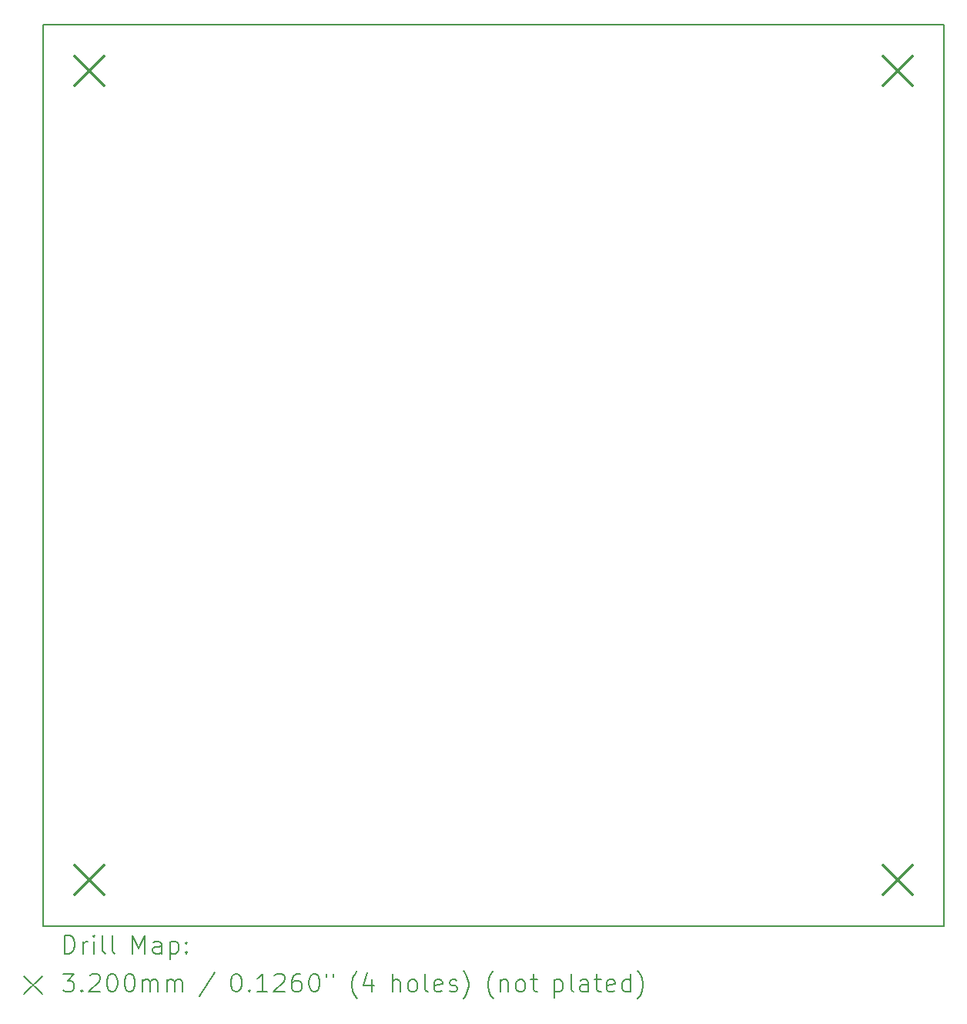
<source format=gbr>
%TF.GenerationSoftware,KiCad,Pcbnew,(7.0.0)*%
%TF.CreationDate,2023-07-06T22:10:32+02:00*%
%TF.ProjectId,cdp-leddriver,6364702d-6c65-4646-9472-697665722e6b,1*%
%TF.SameCoordinates,Original*%
%TF.FileFunction,Drillmap*%
%TF.FilePolarity,Positive*%
%FSLAX45Y45*%
G04 Gerber Fmt 4.5, Leading zero omitted, Abs format (unit mm)*
G04 Created by KiCad (PCBNEW (7.0.0)) date 2023-07-06 22:10:32*
%MOMM*%
%LPD*%
G01*
G04 APERTURE LIST*
%ADD10C,0.150000*%
%ADD11C,0.200000*%
%ADD12C,0.320000*%
G04 APERTURE END LIST*
D10*
X10795000Y-4572000D02*
X20701000Y-4572000D01*
X20701000Y-4572000D02*
X20701000Y-14478000D01*
X20701000Y-14478000D02*
X10795000Y-14478000D01*
X10795000Y-14478000D02*
X10795000Y-4572000D01*
D11*
D12*
X11143000Y-4920000D02*
X11463000Y-5240000D01*
X11463000Y-4920000D02*
X11143000Y-5240000D01*
X11143000Y-13810000D02*
X11463000Y-14130000D01*
X11463000Y-13810000D02*
X11143000Y-14130000D01*
X20033000Y-4920000D02*
X20353000Y-5240000D01*
X20353000Y-4920000D02*
X20033000Y-5240000D01*
X20033000Y-13810000D02*
X20353000Y-14130000D01*
X20353000Y-13810000D02*
X20033000Y-14130000D01*
D11*
X11035119Y-14778976D02*
X11035119Y-14578976D01*
X11035119Y-14578976D02*
X11082738Y-14578976D01*
X11082738Y-14578976D02*
X11111310Y-14588500D01*
X11111310Y-14588500D02*
X11130357Y-14607548D01*
X11130357Y-14607548D02*
X11139881Y-14626595D01*
X11139881Y-14626595D02*
X11149405Y-14664690D01*
X11149405Y-14664690D02*
X11149405Y-14693262D01*
X11149405Y-14693262D02*
X11139881Y-14731357D01*
X11139881Y-14731357D02*
X11130357Y-14750405D01*
X11130357Y-14750405D02*
X11111310Y-14769452D01*
X11111310Y-14769452D02*
X11082738Y-14778976D01*
X11082738Y-14778976D02*
X11035119Y-14778976D01*
X11235119Y-14778976D02*
X11235119Y-14645643D01*
X11235119Y-14683738D02*
X11244643Y-14664690D01*
X11244643Y-14664690D02*
X11254167Y-14655167D01*
X11254167Y-14655167D02*
X11273214Y-14645643D01*
X11273214Y-14645643D02*
X11292262Y-14645643D01*
X11358928Y-14778976D02*
X11358928Y-14645643D01*
X11358928Y-14578976D02*
X11349405Y-14588500D01*
X11349405Y-14588500D02*
X11358928Y-14598024D01*
X11358928Y-14598024D02*
X11368452Y-14588500D01*
X11368452Y-14588500D02*
X11358928Y-14578976D01*
X11358928Y-14578976D02*
X11358928Y-14598024D01*
X11482738Y-14778976D02*
X11463690Y-14769452D01*
X11463690Y-14769452D02*
X11454167Y-14750405D01*
X11454167Y-14750405D02*
X11454167Y-14578976D01*
X11587500Y-14778976D02*
X11568452Y-14769452D01*
X11568452Y-14769452D02*
X11558928Y-14750405D01*
X11558928Y-14750405D02*
X11558928Y-14578976D01*
X11783690Y-14778976D02*
X11783690Y-14578976D01*
X11783690Y-14578976D02*
X11850357Y-14721833D01*
X11850357Y-14721833D02*
X11917024Y-14578976D01*
X11917024Y-14578976D02*
X11917024Y-14778976D01*
X12097976Y-14778976D02*
X12097976Y-14674214D01*
X12097976Y-14674214D02*
X12088452Y-14655167D01*
X12088452Y-14655167D02*
X12069405Y-14645643D01*
X12069405Y-14645643D02*
X12031309Y-14645643D01*
X12031309Y-14645643D02*
X12012262Y-14655167D01*
X12097976Y-14769452D02*
X12078928Y-14778976D01*
X12078928Y-14778976D02*
X12031309Y-14778976D01*
X12031309Y-14778976D02*
X12012262Y-14769452D01*
X12012262Y-14769452D02*
X12002738Y-14750405D01*
X12002738Y-14750405D02*
X12002738Y-14731357D01*
X12002738Y-14731357D02*
X12012262Y-14712309D01*
X12012262Y-14712309D02*
X12031309Y-14702786D01*
X12031309Y-14702786D02*
X12078928Y-14702786D01*
X12078928Y-14702786D02*
X12097976Y-14693262D01*
X12193214Y-14645643D02*
X12193214Y-14845643D01*
X12193214Y-14655167D02*
X12212262Y-14645643D01*
X12212262Y-14645643D02*
X12250357Y-14645643D01*
X12250357Y-14645643D02*
X12269405Y-14655167D01*
X12269405Y-14655167D02*
X12278928Y-14664690D01*
X12278928Y-14664690D02*
X12288452Y-14683738D01*
X12288452Y-14683738D02*
X12288452Y-14740881D01*
X12288452Y-14740881D02*
X12278928Y-14759928D01*
X12278928Y-14759928D02*
X12269405Y-14769452D01*
X12269405Y-14769452D02*
X12250357Y-14778976D01*
X12250357Y-14778976D02*
X12212262Y-14778976D01*
X12212262Y-14778976D02*
X12193214Y-14769452D01*
X12374167Y-14759928D02*
X12383690Y-14769452D01*
X12383690Y-14769452D02*
X12374167Y-14778976D01*
X12374167Y-14778976D02*
X12364643Y-14769452D01*
X12364643Y-14769452D02*
X12374167Y-14759928D01*
X12374167Y-14759928D02*
X12374167Y-14778976D01*
X12374167Y-14655167D02*
X12383690Y-14664690D01*
X12383690Y-14664690D02*
X12374167Y-14674214D01*
X12374167Y-14674214D02*
X12364643Y-14664690D01*
X12364643Y-14664690D02*
X12374167Y-14655167D01*
X12374167Y-14655167D02*
X12374167Y-14674214D01*
X10587500Y-15025500D02*
X10787500Y-15225500D01*
X10787500Y-15025500D02*
X10587500Y-15225500D01*
X11016071Y-14998976D02*
X11139881Y-14998976D01*
X11139881Y-14998976D02*
X11073214Y-15075167D01*
X11073214Y-15075167D02*
X11101786Y-15075167D01*
X11101786Y-15075167D02*
X11120833Y-15084690D01*
X11120833Y-15084690D02*
X11130357Y-15094214D01*
X11130357Y-15094214D02*
X11139881Y-15113262D01*
X11139881Y-15113262D02*
X11139881Y-15160881D01*
X11139881Y-15160881D02*
X11130357Y-15179928D01*
X11130357Y-15179928D02*
X11120833Y-15189452D01*
X11120833Y-15189452D02*
X11101786Y-15198976D01*
X11101786Y-15198976D02*
X11044643Y-15198976D01*
X11044643Y-15198976D02*
X11025595Y-15189452D01*
X11025595Y-15189452D02*
X11016071Y-15179928D01*
X11225595Y-15179928D02*
X11235119Y-15189452D01*
X11235119Y-15189452D02*
X11225595Y-15198976D01*
X11225595Y-15198976D02*
X11216071Y-15189452D01*
X11216071Y-15189452D02*
X11225595Y-15179928D01*
X11225595Y-15179928D02*
X11225595Y-15198976D01*
X11311309Y-15018024D02*
X11320833Y-15008500D01*
X11320833Y-15008500D02*
X11339881Y-14998976D01*
X11339881Y-14998976D02*
X11387500Y-14998976D01*
X11387500Y-14998976D02*
X11406548Y-15008500D01*
X11406548Y-15008500D02*
X11416071Y-15018024D01*
X11416071Y-15018024D02*
X11425595Y-15037071D01*
X11425595Y-15037071D02*
X11425595Y-15056119D01*
X11425595Y-15056119D02*
X11416071Y-15084690D01*
X11416071Y-15084690D02*
X11301786Y-15198976D01*
X11301786Y-15198976D02*
X11425595Y-15198976D01*
X11549405Y-14998976D02*
X11568452Y-14998976D01*
X11568452Y-14998976D02*
X11587500Y-15008500D01*
X11587500Y-15008500D02*
X11597024Y-15018024D01*
X11597024Y-15018024D02*
X11606548Y-15037071D01*
X11606548Y-15037071D02*
X11616071Y-15075167D01*
X11616071Y-15075167D02*
X11616071Y-15122786D01*
X11616071Y-15122786D02*
X11606548Y-15160881D01*
X11606548Y-15160881D02*
X11597024Y-15179928D01*
X11597024Y-15179928D02*
X11587500Y-15189452D01*
X11587500Y-15189452D02*
X11568452Y-15198976D01*
X11568452Y-15198976D02*
X11549405Y-15198976D01*
X11549405Y-15198976D02*
X11530357Y-15189452D01*
X11530357Y-15189452D02*
X11520833Y-15179928D01*
X11520833Y-15179928D02*
X11511309Y-15160881D01*
X11511309Y-15160881D02*
X11501786Y-15122786D01*
X11501786Y-15122786D02*
X11501786Y-15075167D01*
X11501786Y-15075167D02*
X11511309Y-15037071D01*
X11511309Y-15037071D02*
X11520833Y-15018024D01*
X11520833Y-15018024D02*
X11530357Y-15008500D01*
X11530357Y-15008500D02*
X11549405Y-14998976D01*
X11739881Y-14998976D02*
X11758929Y-14998976D01*
X11758929Y-14998976D02*
X11777976Y-15008500D01*
X11777976Y-15008500D02*
X11787500Y-15018024D01*
X11787500Y-15018024D02*
X11797024Y-15037071D01*
X11797024Y-15037071D02*
X11806548Y-15075167D01*
X11806548Y-15075167D02*
X11806548Y-15122786D01*
X11806548Y-15122786D02*
X11797024Y-15160881D01*
X11797024Y-15160881D02*
X11787500Y-15179928D01*
X11787500Y-15179928D02*
X11777976Y-15189452D01*
X11777976Y-15189452D02*
X11758929Y-15198976D01*
X11758929Y-15198976D02*
X11739881Y-15198976D01*
X11739881Y-15198976D02*
X11720833Y-15189452D01*
X11720833Y-15189452D02*
X11711309Y-15179928D01*
X11711309Y-15179928D02*
X11701786Y-15160881D01*
X11701786Y-15160881D02*
X11692262Y-15122786D01*
X11692262Y-15122786D02*
X11692262Y-15075167D01*
X11692262Y-15075167D02*
X11701786Y-15037071D01*
X11701786Y-15037071D02*
X11711309Y-15018024D01*
X11711309Y-15018024D02*
X11720833Y-15008500D01*
X11720833Y-15008500D02*
X11739881Y-14998976D01*
X11892262Y-15198976D02*
X11892262Y-15065643D01*
X11892262Y-15084690D02*
X11901786Y-15075167D01*
X11901786Y-15075167D02*
X11920833Y-15065643D01*
X11920833Y-15065643D02*
X11949405Y-15065643D01*
X11949405Y-15065643D02*
X11968452Y-15075167D01*
X11968452Y-15075167D02*
X11977976Y-15094214D01*
X11977976Y-15094214D02*
X11977976Y-15198976D01*
X11977976Y-15094214D02*
X11987500Y-15075167D01*
X11987500Y-15075167D02*
X12006548Y-15065643D01*
X12006548Y-15065643D02*
X12035119Y-15065643D01*
X12035119Y-15065643D02*
X12054167Y-15075167D01*
X12054167Y-15075167D02*
X12063690Y-15094214D01*
X12063690Y-15094214D02*
X12063690Y-15198976D01*
X12158929Y-15198976D02*
X12158929Y-15065643D01*
X12158929Y-15084690D02*
X12168452Y-15075167D01*
X12168452Y-15075167D02*
X12187500Y-15065643D01*
X12187500Y-15065643D02*
X12216071Y-15065643D01*
X12216071Y-15065643D02*
X12235119Y-15075167D01*
X12235119Y-15075167D02*
X12244643Y-15094214D01*
X12244643Y-15094214D02*
X12244643Y-15198976D01*
X12244643Y-15094214D02*
X12254167Y-15075167D01*
X12254167Y-15075167D02*
X12273214Y-15065643D01*
X12273214Y-15065643D02*
X12301786Y-15065643D01*
X12301786Y-15065643D02*
X12320833Y-15075167D01*
X12320833Y-15075167D02*
X12330357Y-15094214D01*
X12330357Y-15094214D02*
X12330357Y-15198976D01*
X12688452Y-14989452D02*
X12517024Y-15246595D01*
X12913214Y-14998976D02*
X12932262Y-14998976D01*
X12932262Y-14998976D02*
X12951310Y-15008500D01*
X12951310Y-15008500D02*
X12960833Y-15018024D01*
X12960833Y-15018024D02*
X12970357Y-15037071D01*
X12970357Y-15037071D02*
X12979881Y-15075167D01*
X12979881Y-15075167D02*
X12979881Y-15122786D01*
X12979881Y-15122786D02*
X12970357Y-15160881D01*
X12970357Y-15160881D02*
X12960833Y-15179928D01*
X12960833Y-15179928D02*
X12951310Y-15189452D01*
X12951310Y-15189452D02*
X12932262Y-15198976D01*
X12932262Y-15198976D02*
X12913214Y-15198976D01*
X12913214Y-15198976D02*
X12894167Y-15189452D01*
X12894167Y-15189452D02*
X12884643Y-15179928D01*
X12884643Y-15179928D02*
X12875119Y-15160881D01*
X12875119Y-15160881D02*
X12865595Y-15122786D01*
X12865595Y-15122786D02*
X12865595Y-15075167D01*
X12865595Y-15075167D02*
X12875119Y-15037071D01*
X12875119Y-15037071D02*
X12884643Y-15018024D01*
X12884643Y-15018024D02*
X12894167Y-15008500D01*
X12894167Y-15008500D02*
X12913214Y-14998976D01*
X13065595Y-15179928D02*
X13075119Y-15189452D01*
X13075119Y-15189452D02*
X13065595Y-15198976D01*
X13065595Y-15198976D02*
X13056071Y-15189452D01*
X13056071Y-15189452D02*
X13065595Y-15179928D01*
X13065595Y-15179928D02*
X13065595Y-15198976D01*
X13265595Y-15198976D02*
X13151310Y-15198976D01*
X13208452Y-15198976D02*
X13208452Y-14998976D01*
X13208452Y-14998976D02*
X13189405Y-15027548D01*
X13189405Y-15027548D02*
X13170357Y-15046595D01*
X13170357Y-15046595D02*
X13151310Y-15056119D01*
X13341786Y-15018024D02*
X13351310Y-15008500D01*
X13351310Y-15008500D02*
X13370357Y-14998976D01*
X13370357Y-14998976D02*
X13417976Y-14998976D01*
X13417976Y-14998976D02*
X13437024Y-15008500D01*
X13437024Y-15008500D02*
X13446548Y-15018024D01*
X13446548Y-15018024D02*
X13456071Y-15037071D01*
X13456071Y-15037071D02*
X13456071Y-15056119D01*
X13456071Y-15056119D02*
X13446548Y-15084690D01*
X13446548Y-15084690D02*
X13332262Y-15198976D01*
X13332262Y-15198976D02*
X13456071Y-15198976D01*
X13627500Y-14998976D02*
X13589405Y-14998976D01*
X13589405Y-14998976D02*
X13570357Y-15008500D01*
X13570357Y-15008500D02*
X13560833Y-15018024D01*
X13560833Y-15018024D02*
X13541786Y-15046595D01*
X13541786Y-15046595D02*
X13532262Y-15084690D01*
X13532262Y-15084690D02*
X13532262Y-15160881D01*
X13532262Y-15160881D02*
X13541786Y-15179928D01*
X13541786Y-15179928D02*
X13551310Y-15189452D01*
X13551310Y-15189452D02*
X13570357Y-15198976D01*
X13570357Y-15198976D02*
X13608452Y-15198976D01*
X13608452Y-15198976D02*
X13627500Y-15189452D01*
X13627500Y-15189452D02*
X13637024Y-15179928D01*
X13637024Y-15179928D02*
X13646548Y-15160881D01*
X13646548Y-15160881D02*
X13646548Y-15113262D01*
X13646548Y-15113262D02*
X13637024Y-15094214D01*
X13637024Y-15094214D02*
X13627500Y-15084690D01*
X13627500Y-15084690D02*
X13608452Y-15075167D01*
X13608452Y-15075167D02*
X13570357Y-15075167D01*
X13570357Y-15075167D02*
X13551310Y-15084690D01*
X13551310Y-15084690D02*
X13541786Y-15094214D01*
X13541786Y-15094214D02*
X13532262Y-15113262D01*
X13770357Y-14998976D02*
X13789405Y-14998976D01*
X13789405Y-14998976D02*
X13808452Y-15008500D01*
X13808452Y-15008500D02*
X13817976Y-15018024D01*
X13817976Y-15018024D02*
X13827500Y-15037071D01*
X13827500Y-15037071D02*
X13837024Y-15075167D01*
X13837024Y-15075167D02*
X13837024Y-15122786D01*
X13837024Y-15122786D02*
X13827500Y-15160881D01*
X13827500Y-15160881D02*
X13817976Y-15179928D01*
X13817976Y-15179928D02*
X13808452Y-15189452D01*
X13808452Y-15189452D02*
X13789405Y-15198976D01*
X13789405Y-15198976D02*
X13770357Y-15198976D01*
X13770357Y-15198976D02*
X13751310Y-15189452D01*
X13751310Y-15189452D02*
X13741786Y-15179928D01*
X13741786Y-15179928D02*
X13732262Y-15160881D01*
X13732262Y-15160881D02*
X13722738Y-15122786D01*
X13722738Y-15122786D02*
X13722738Y-15075167D01*
X13722738Y-15075167D02*
X13732262Y-15037071D01*
X13732262Y-15037071D02*
X13741786Y-15018024D01*
X13741786Y-15018024D02*
X13751310Y-15008500D01*
X13751310Y-15008500D02*
X13770357Y-14998976D01*
X13913214Y-14998976D02*
X13913214Y-15037071D01*
X13989405Y-14998976D02*
X13989405Y-15037071D01*
X14252262Y-15275167D02*
X14242738Y-15265643D01*
X14242738Y-15265643D02*
X14223691Y-15237071D01*
X14223691Y-15237071D02*
X14214167Y-15218024D01*
X14214167Y-15218024D02*
X14204643Y-15189452D01*
X14204643Y-15189452D02*
X14195119Y-15141833D01*
X14195119Y-15141833D02*
X14195119Y-15103738D01*
X14195119Y-15103738D02*
X14204643Y-15056119D01*
X14204643Y-15056119D02*
X14214167Y-15027548D01*
X14214167Y-15027548D02*
X14223691Y-15008500D01*
X14223691Y-15008500D02*
X14242738Y-14979928D01*
X14242738Y-14979928D02*
X14252262Y-14970405D01*
X14414167Y-15065643D02*
X14414167Y-15198976D01*
X14366548Y-14989452D02*
X14318929Y-15132309D01*
X14318929Y-15132309D02*
X14442738Y-15132309D01*
X14638929Y-15198976D02*
X14638929Y-14998976D01*
X14724643Y-15198976D02*
X14724643Y-15094214D01*
X14724643Y-15094214D02*
X14715119Y-15075167D01*
X14715119Y-15075167D02*
X14696072Y-15065643D01*
X14696072Y-15065643D02*
X14667500Y-15065643D01*
X14667500Y-15065643D02*
X14648452Y-15075167D01*
X14648452Y-15075167D02*
X14638929Y-15084690D01*
X14848452Y-15198976D02*
X14829405Y-15189452D01*
X14829405Y-15189452D02*
X14819881Y-15179928D01*
X14819881Y-15179928D02*
X14810357Y-15160881D01*
X14810357Y-15160881D02*
X14810357Y-15103738D01*
X14810357Y-15103738D02*
X14819881Y-15084690D01*
X14819881Y-15084690D02*
X14829405Y-15075167D01*
X14829405Y-15075167D02*
X14848452Y-15065643D01*
X14848452Y-15065643D02*
X14877024Y-15065643D01*
X14877024Y-15065643D02*
X14896072Y-15075167D01*
X14896072Y-15075167D02*
X14905595Y-15084690D01*
X14905595Y-15084690D02*
X14915119Y-15103738D01*
X14915119Y-15103738D02*
X14915119Y-15160881D01*
X14915119Y-15160881D02*
X14905595Y-15179928D01*
X14905595Y-15179928D02*
X14896072Y-15189452D01*
X14896072Y-15189452D02*
X14877024Y-15198976D01*
X14877024Y-15198976D02*
X14848452Y-15198976D01*
X15029405Y-15198976D02*
X15010357Y-15189452D01*
X15010357Y-15189452D02*
X15000833Y-15170405D01*
X15000833Y-15170405D02*
X15000833Y-14998976D01*
X15181786Y-15189452D02*
X15162738Y-15198976D01*
X15162738Y-15198976D02*
X15124643Y-15198976D01*
X15124643Y-15198976D02*
X15105595Y-15189452D01*
X15105595Y-15189452D02*
X15096072Y-15170405D01*
X15096072Y-15170405D02*
X15096072Y-15094214D01*
X15096072Y-15094214D02*
X15105595Y-15075167D01*
X15105595Y-15075167D02*
X15124643Y-15065643D01*
X15124643Y-15065643D02*
X15162738Y-15065643D01*
X15162738Y-15065643D02*
X15181786Y-15075167D01*
X15181786Y-15075167D02*
X15191310Y-15094214D01*
X15191310Y-15094214D02*
X15191310Y-15113262D01*
X15191310Y-15113262D02*
X15096072Y-15132309D01*
X15267500Y-15189452D02*
X15286548Y-15198976D01*
X15286548Y-15198976D02*
X15324643Y-15198976D01*
X15324643Y-15198976D02*
X15343691Y-15189452D01*
X15343691Y-15189452D02*
X15353214Y-15170405D01*
X15353214Y-15170405D02*
X15353214Y-15160881D01*
X15353214Y-15160881D02*
X15343691Y-15141833D01*
X15343691Y-15141833D02*
X15324643Y-15132309D01*
X15324643Y-15132309D02*
X15296072Y-15132309D01*
X15296072Y-15132309D02*
X15277024Y-15122786D01*
X15277024Y-15122786D02*
X15267500Y-15103738D01*
X15267500Y-15103738D02*
X15267500Y-15094214D01*
X15267500Y-15094214D02*
X15277024Y-15075167D01*
X15277024Y-15075167D02*
X15296072Y-15065643D01*
X15296072Y-15065643D02*
X15324643Y-15065643D01*
X15324643Y-15065643D02*
X15343691Y-15075167D01*
X15419881Y-15275167D02*
X15429405Y-15265643D01*
X15429405Y-15265643D02*
X15448453Y-15237071D01*
X15448453Y-15237071D02*
X15457976Y-15218024D01*
X15457976Y-15218024D02*
X15467500Y-15189452D01*
X15467500Y-15189452D02*
X15477024Y-15141833D01*
X15477024Y-15141833D02*
X15477024Y-15103738D01*
X15477024Y-15103738D02*
X15467500Y-15056119D01*
X15467500Y-15056119D02*
X15457976Y-15027548D01*
X15457976Y-15027548D02*
X15448453Y-15008500D01*
X15448453Y-15008500D02*
X15429405Y-14979928D01*
X15429405Y-14979928D02*
X15419881Y-14970405D01*
X15749405Y-15275167D02*
X15739881Y-15265643D01*
X15739881Y-15265643D02*
X15720833Y-15237071D01*
X15720833Y-15237071D02*
X15711310Y-15218024D01*
X15711310Y-15218024D02*
X15701786Y-15189452D01*
X15701786Y-15189452D02*
X15692262Y-15141833D01*
X15692262Y-15141833D02*
X15692262Y-15103738D01*
X15692262Y-15103738D02*
X15701786Y-15056119D01*
X15701786Y-15056119D02*
X15711310Y-15027548D01*
X15711310Y-15027548D02*
X15720833Y-15008500D01*
X15720833Y-15008500D02*
X15739881Y-14979928D01*
X15739881Y-14979928D02*
X15749405Y-14970405D01*
X15825595Y-15065643D02*
X15825595Y-15198976D01*
X15825595Y-15084690D02*
X15835119Y-15075167D01*
X15835119Y-15075167D02*
X15854167Y-15065643D01*
X15854167Y-15065643D02*
X15882738Y-15065643D01*
X15882738Y-15065643D02*
X15901786Y-15075167D01*
X15901786Y-15075167D02*
X15911310Y-15094214D01*
X15911310Y-15094214D02*
X15911310Y-15198976D01*
X16035119Y-15198976D02*
X16016072Y-15189452D01*
X16016072Y-15189452D02*
X16006548Y-15179928D01*
X16006548Y-15179928D02*
X15997024Y-15160881D01*
X15997024Y-15160881D02*
X15997024Y-15103738D01*
X15997024Y-15103738D02*
X16006548Y-15084690D01*
X16006548Y-15084690D02*
X16016072Y-15075167D01*
X16016072Y-15075167D02*
X16035119Y-15065643D01*
X16035119Y-15065643D02*
X16063691Y-15065643D01*
X16063691Y-15065643D02*
X16082738Y-15075167D01*
X16082738Y-15075167D02*
X16092262Y-15084690D01*
X16092262Y-15084690D02*
X16101786Y-15103738D01*
X16101786Y-15103738D02*
X16101786Y-15160881D01*
X16101786Y-15160881D02*
X16092262Y-15179928D01*
X16092262Y-15179928D02*
X16082738Y-15189452D01*
X16082738Y-15189452D02*
X16063691Y-15198976D01*
X16063691Y-15198976D02*
X16035119Y-15198976D01*
X16158929Y-15065643D02*
X16235119Y-15065643D01*
X16187500Y-14998976D02*
X16187500Y-15170405D01*
X16187500Y-15170405D02*
X16197024Y-15189452D01*
X16197024Y-15189452D02*
X16216072Y-15198976D01*
X16216072Y-15198976D02*
X16235119Y-15198976D01*
X16421786Y-15065643D02*
X16421786Y-15265643D01*
X16421786Y-15075167D02*
X16440833Y-15065643D01*
X16440833Y-15065643D02*
X16478929Y-15065643D01*
X16478929Y-15065643D02*
X16497976Y-15075167D01*
X16497976Y-15075167D02*
X16507500Y-15084690D01*
X16507500Y-15084690D02*
X16517024Y-15103738D01*
X16517024Y-15103738D02*
X16517024Y-15160881D01*
X16517024Y-15160881D02*
X16507500Y-15179928D01*
X16507500Y-15179928D02*
X16497976Y-15189452D01*
X16497976Y-15189452D02*
X16478929Y-15198976D01*
X16478929Y-15198976D02*
X16440833Y-15198976D01*
X16440833Y-15198976D02*
X16421786Y-15189452D01*
X16631310Y-15198976D02*
X16612262Y-15189452D01*
X16612262Y-15189452D02*
X16602738Y-15170405D01*
X16602738Y-15170405D02*
X16602738Y-14998976D01*
X16793215Y-15198976D02*
X16793215Y-15094214D01*
X16793215Y-15094214D02*
X16783691Y-15075167D01*
X16783691Y-15075167D02*
X16764643Y-15065643D01*
X16764643Y-15065643D02*
X16726548Y-15065643D01*
X16726548Y-15065643D02*
X16707500Y-15075167D01*
X16793215Y-15189452D02*
X16774167Y-15198976D01*
X16774167Y-15198976D02*
X16726548Y-15198976D01*
X16726548Y-15198976D02*
X16707500Y-15189452D01*
X16707500Y-15189452D02*
X16697976Y-15170405D01*
X16697976Y-15170405D02*
X16697976Y-15151357D01*
X16697976Y-15151357D02*
X16707500Y-15132309D01*
X16707500Y-15132309D02*
X16726548Y-15122786D01*
X16726548Y-15122786D02*
X16774167Y-15122786D01*
X16774167Y-15122786D02*
X16793215Y-15113262D01*
X16859881Y-15065643D02*
X16936072Y-15065643D01*
X16888453Y-14998976D02*
X16888453Y-15170405D01*
X16888453Y-15170405D02*
X16897976Y-15189452D01*
X16897976Y-15189452D02*
X16917024Y-15198976D01*
X16917024Y-15198976D02*
X16936072Y-15198976D01*
X17078929Y-15189452D02*
X17059881Y-15198976D01*
X17059881Y-15198976D02*
X17021786Y-15198976D01*
X17021786Y-15198976D02*
X17002738Y-15189452D01*
X17002738Y-15189452D02*
X16993215Y-15170405D01*
X16993215Y-15170405D02*
X16993215Y-15094214D01*
X16993215Y-15094214D02*
X17002738Y-15075167D01*
X17002738Y-15075167D02*
X17021786Y-15065643D01*
X17021786Y-15065643D02*
X17059881Y-15065643D01*
X17059881Y-15065643D02*
X17078929Y-15075167D01*
X17078929Y-15075167D02*
X17088453Y-15094214D01*
X17088453Y-15094214D02*
X17088453Y-15113262D01*
X17088453Y-15113262D02*
X16993215Y-15132309D01*
X17259881Y-15198976D02*
X17259881Y-14998976D01*
X17259881Y-15189452D02*
X17240834Y-15198976D01*
X17240834Y-15198976D02*
X17202738Y-15198976D01*
X17202738Y-15198976D02*
X17183691Y-15189452D01*
X17183691Y-15189452D02*
X17174167Y-15179928D01*
X17174167Y-15179928D02*
X17164643Y-15160881D01*
X17164643Y-15160881D02*
X17164643Y-15103738D01*
X17164643Y-15103738D02*
X17174167Y-15084690D01*
X17174167Y-15084690D02*
X17183691Y-15075167D01*
X17183691Y-15075167D02*
X17202738Y-15065643D01*
X17202738Y-15065643D02*
X17240834Y-15065643D01*
X17240834Y-15065643D02*
X17259881Y-15075167D01*
X17336072Y-15275167D02*
X17345596Y-15265643D01*
X17345596Y-15265643D02*
X17364643Y-15237071D01*
X17364643Y-15237071D02*
X17374167Y-15218024D01*
X17374167Y-15218024D02*
X17383691Y-15189452D01*
X17383691Y-15189452D02*
X17393215Y-15141833D01*
X17393215Y-15141833D02*
X17393215Y-15103738D01*
X17393215Y-15103738D02*
X17383691Y-15056119D01*
X17383691Y-15056119D02*
X17374167Y-15027548D01*
X17374167Y-15027548D02*
X17364643Y-15008500D01*
X17364643Y-15008500D02*
X17345596Y-14979928D01*
X17345596Y-14979928D02*
X17336072Y-14970405D01*
M02*

</source>
